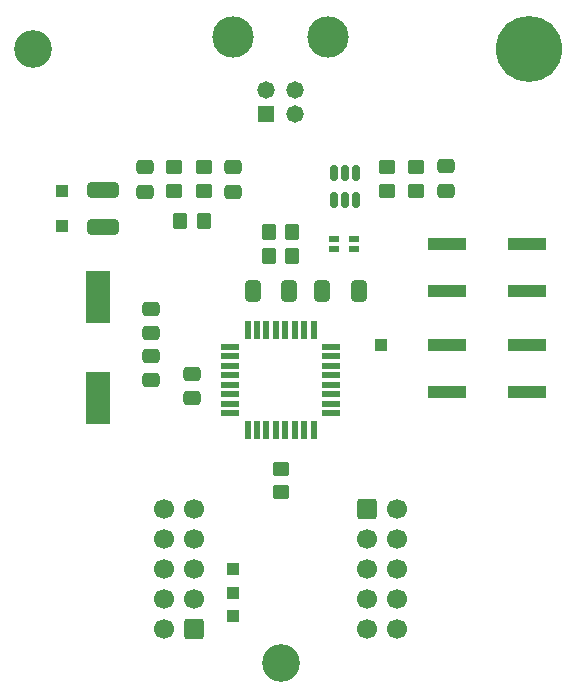
<source format=gbr>
%TF.GenerationSoftware,KiCad,Pcbnew,(6.0.7-1)-1*%
%TF.CreationDate,2022-12-04T14:42:11+01:00*%
%TF.ProjectId,pork-chop-control,706f726b-2d63-4686-9f70-2d636f6e7472,rev?*%
%TF.SameCoordinates,Original*%
%TF.FileFunction,Soldermask,Top*%
%TF.FilePolarity,Negative*%
%FSLAX46Y46*%
G04 Gerber Fmt 4.6, Leading zero omitted, Abs format (unit mm)*
G04 Created by KiCad (PCBNEW (6.0.7-1)-1) date 2022-12-04 14:42:11*
%MOMM*%
%LPD*%
G01*
G04 APERTURE LIST*
G04 Aperture macros list*
%AMRoundRect*
0 Rectangle with rounded corners*
0 $1 Rounding radius*
0 $2 $3 $4 $5 $6 $7 $8 $9 X,Y pos of 4 corners*
0 Add a 4 corners polygon primitive as box body*
4,1,4,$2,$3,$4,$5,$6,$7,$8,$9,$2,$3,0*
0 Add four circle primitives for the rounded corners*
1,1,$1+$1,$2,$3*
1,1,$1+$1,$4,$5*
1,1,$1+$1,$6,$7*
1,1,$1+$1,$8,$9*
0 Add four rect primitives between the rounded corners*
20,1,$1+$1,$2,$3,$4,$5,0*
20,1,$1+$1,$4,$5,$6,$7,0*
20,1,$1+$1,$6,$7,$8,$9,0*
20,1,$1+$1,$8,$9,$2,$3,0*%
G04 Aperture macros list end*
%ADD10C,3.500000*%
%ADD11C,1.478000*%
%ADD12R,1.478000X1.478000*%
%ADD13RoundRect,0.250000X-0.475000X0.337500X-0.475000X-0.337500X0.475000X-0.337500X0.475000X0.337500X0*%
%ADD14RoundRect,0.250000X0.600000X0.600000X-0.600000X0.600000X-0.600000X-0.600000X0.600000X-0.600000X0*%
%ADD15C,1.700000*%
%ADD16RoundRect,0.250000X0.350000X0.450000X-0.350000X0.450000X-0.350000X-0.450000X0.350000X-0.450000X0*%
%ADD17RoundRect,0.250000X-0.412500X-0.650000X0.412500X-0.650000X0.412500X0.650000X-0.412500X0.650000X0*%
%ADD18RoundRect,0.250000X-1.075000X0.400000X-1.075000X-0.400000X1.075000X-0.400000X1.075000X0.400000X0*%
%ADD19C,3.200000*%
%ADD20R,3.200000X1.000000*%
%ADD21R,1.000000X1.000000*%
%ADD22RoundRect,0.250000X0.412500X0.650000X-0.412500X0.650000X-0.412500X-0.650000X0.412500X-0.650000X0*%
%ADD23RoundRect,0.250000X-0.600000X-0.600000X0.600000X-0.600000X0.600000X0.600000X-0.600000X0.600000X0*%
%ADD24RoundRect,0.250000X0.475000X-0.337500X0.475000X0.337500X-0.475000X0.337500X-0.475000X-0.337500X0*%
%ADD25C,5.600000*%
%ADD26R,2.000000X4.500000*%
%ADD27RoundRect,0.250000X-0.350000X-0.450000X0.350000X-0.450000X0.350000X0.450000X-0.350000X0.450000X0*%
%ADD28RoundRect,0.250000X0.450000X-0.350000X0.450000X0.350000X-0.450000X0.350000X-0.450000X-0.350000X0*%
%ADD29RoundRect,0.025500X-0.354500X0.229500X-0.354500X-0.229500X0.354500X-0.229500X0.354500X0.229500X0*%
%ADD30R,1.600000X0.550000*%
%ADD31R,0.550000X1.600000*%
%ADD32RoundRect,0.150000X0.150000X-0.512500X0.150000X0.512500X-0.150000X0.512500X-0.150000X-0.512500X0*%
%ADD33RoundRect,0.250000X-0.450000X0.350000X-0.450000X-0.350000X0.450000X-0.350000X0.450000X0.350000X0*%
G04 APERTURE END LIST*
D10*
%TO.C,J1*%
X121000000Y-63000000D03*
X129000000Y-63000000D03*
D11*
X123750000Y-67490000D03*
X126250000Y-67490000D03*
X126250000Y-69490000D03*
D12*
X123750000Y-69490000D03*
%TD*%
D13*
%TO.C,C8*%
X121000000Y-74000000D03*
X121000000Y-76075000D03*
%TD*%
D14*
%TO.C,J2*%
X117697500Y-113080000D03*
D15*
X115157500Y-113080000D03*
X117697500Y-110540000D03*
X115157500Y-110540000D03*
X117697500Y-108000000D03*
X115157500Y-108000000D03*
X117697500Y-105460000D03*
X115157500Y-105460000D03*
X117697500Y-102920000D03*
X115157500Y-102920000D03*
%TD*%
D16*
%TO.C,R6*%
X126000000Y-79500000D03*
X124000000Y-79500000D03*
%TD*%
D13*
%TO.C,C3*%
X114000000Y-89962500D03*
X114000000Y-92037500D03*
%TD*%
D17*
%TO.C,C6*%
X122625000Y-84500000D03*
X125750000Y-84500000D03*
%TD*%
D18*
%TO.C,F1*%
X110000000Y-75950000D03*
X110000000Y-79050000D03*
%TD*%
D19*
%TO.C,REF\u002A\u002A*%
X104000000Y-64000000D03*
%TD*%
D20*
%TO.C,SW1*%
X139100000Y-84500000D03*
X145900000Y-84500000D03*
X139100000Y-80500000D03*
X145900000Y-80500000D03*
%TD*%
D21*
%TO.C,TP5*%
X106500000Y-76000000D03*
%TD*%
D22*
%TO.C,C4*%
X131625000Y-84500000D03*
X128500000Y-84500000D03*
%TD*%
D23*
%TO.C,J3*%
X132302500Y-102920000D03*
D15*
X134842500Y-102920000D03*
X132302500Y-105460000D03*
X134842500Y-105460000D03*
X132302500Y-108000000D03*
X134842500Y-108000000D03*
X132302500Y-110540000D03*
X134842500Y-110540000D03*
X132302500Y-113080000D03*
X134842500Y-113080000D03*
%TD*%
D21*
%TO.C,TP3*%
X121000000Y-110000000D03*
%TD*%
D24*
%TO.C,C2*%
X114000000Y-88037500D03*
X114000000Y-85962500D03*
%TD*%
D20*
%TO.C,SW2*%
X145900000Y-89000000D03*
X139100000Y-89000000D03*
X139100000Y-93000000D03*
X145900000Y-93000000D03*
%TD*%
D25*
%TO.C,H1*%
X146000000Y-64000000D03*
%TD*%
D21*
%TO.C,TP4*%
X121000000Y-112000000D03*
%TD*%
D16*
%TO.C,R5*%
X126000000Y-81500000D03*
X124000000Y-81500000D03*
%TD*%
D26*
%TO.C,Y1*%
X109500000Y-85000000D03*
X109500000Y-93500000D03*
%TD*%
D27*
%TO.C,FB2*%
X116500000Y-78500000D03*
X118500000Y-78500000D03*
%TD*%
D21*
%TO.C,TP2*%
X121000000Y-108000000D03*
%TD*%
D24*
%TO.C,C7*%
X113500000Y-76075000D03*
X113500000Y-74000000D03*
%TD*%
D28*
%TO.C,R4*%
X118500000Y-76000000D03*
X118500000Y-74000000D03*
%TD*%
D19*
%TO.C,REF\u002A\u002A*%
X125000000Y-116000000D03*
%TD*%
D21*
%TO.C,TP1*%
X133500000Y-89000000D03*
%TD*%
D24*
%TO.C,C5*%
X117500000Y-93537500D03*
X117500000Y-91462500D03*
%TD*%
D29*
%TO.C,FL1*%
X131170000Y-80065000D03*
X129500000Y-80065000D03*
X129500000Y-80935000D03*
X131170000Y-80935000D03*
%TD*%
D28*
%TO.C,R1*%
X134000000Y-76000000D03*
X134000000Y-74000000D03*
%TD*%
D30*
%TO.C,U1*%
X120750000Y-89200000D03*
X120750000Y-90000000D03*
X120750000Y-90800000D03*
X120750000Y-91600000D03*
X120750000Y-92400000D03*
X120750000Y-93200000D03*
X120750000Y-94000000D03*
X120750000Y-94800000D03*
D31*
X122200000Y-96250000D03*
X123000000Y-96250000D03*
X123800000Y-96250000D03*
X124600000Y-96250000D03*
X125400000Y-96250000D03*
X126200000Y-96250000D03*
X127000000Y-96250000D03*
X127800000Y-96250000D03*
D30*
X129250000Y-94800000D03*
X129250000Y-94000000D03*
X129250000Y-93200000D03*
X129250000Y-92400000D03*
X129250000Y-91600000D03*
X129250000Y-90800000D03*
X129250000Y-90000000D03*
X129250000Y-89200000D03*
D31*
X127800000Y-87750000D03*
X127000000Y-87750000D03*
X126200000Y-87750000D03*
X125400000Y-87750000D03*
X124600000Y-87750000D03*
X123800000Y-87750000D03*
X123000000Y-87750000D03*
X122200000Y-87750000D03*
%TD*%
D32*
%TO.C,U2*%
X129500000Y-76775000D03*
X130450000Y-76775000D03*
X131400000Y-76775000D03*
X131400000Y-74500000D03*
X130450000Y-74500000D03*
X129500000Y-74500000D03*
%TD*%
D13*
%TO.C,C1*%
X139000000Y-73925000D03*
X139000000Y-76000000D03*
%TD*%
D33*
%TO.C,R3*%
X125000000Y-99500000D03*
X125000000Y-101500000D03*
%TD*%
%TO.C,R2*%
X136500000Y-74000000D03*
X136500000Y-76000000D03*
%TD*%
%TO.C,FB1*%
X116000000Y-74000000D03*
X116000000Y-76000000D03*
%TD*%
D21*
%TO.C,TP6*%
X106500000Y-79000000D03*
%TD*%
M02*

</source>
